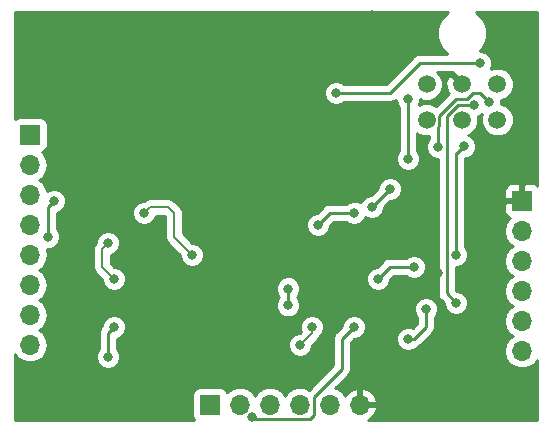
<source format=gbr>
G04 #@! TF.GenerationSoftware,KiCad,Pcbnew,(5.0.2)-1*
G04 #@! TF.CreationDate,2019-03-06T23:20:24-07:00*
G04 #@! TF.ProjectId,Sensor_Board,53656e73-6f72-45f4-926f-6172642e6b69,rev?*
G04 #@! TF.SameCoordinates,Original*
G04 #@! TF.FileFunction,Copper,L2,Bot*
G04 #@! TF.FilePolarity,Positive*
%FSLAX46Y46*%
G04 Gerber Fmt 4.6, Leading zero omitted, Abs format (unit mm)*
G04 Created by KiCad (PCBNEW (5.0.2)-1) date 2019-03-06 11:20:24 PM*
%MOMM*%
%LPD*%
G01*
G04 APERTURE LIST*
G04 #@! TA.AperFunction,ComponentPad*
%ADD10R,1.700000X1.700000*%
G04 #@! TD*
G04 #@! TA.AperFunction,ComponentPad*
%ADD11O,1.700000X1.700000*%
G04 #@! TD*
G04 #@! TA.AperFunction,ComponentPad*
%ADD12C,1.500000*%
G04 #@! TD*
G04 #@! TA.AperFunction,ViaPad*
%ADD13C,0.800000*%
G04 #@! TD*
G04 #@! TA.AperFunction,Conductor*
%ADD14C,0.200000*%
G04 #@! TD*
G04 #@! TA.AperFunction,Conductor*
%ADD15C,0.250000*%
G04 #@! TD*
G04 #@! TA.AperFunction,Conductor*
%ADD16C,0.254000*%
G04 #@! TD*
G04 APERTURE END LIST*
D10*
G04 #@! TO.P,J3,1*
G04 #@! TO.N,ACC_~CS*
X100076000Y-118364000D03*
D11*
G04 #@! TO.P,J3,2*
G04 #@! TO.N,SPI2_SCK*
X102616000Y-118364000D03*
G04 #@! TO.P,J3,3*
G04 #@! TO.N,SPI2_MISO*
X105156000Y-118364000D03*
G04 #@! TO.P,J3,4*
G04 #@! TO.N,SPI2_MOSI*
X107696000Y-118364000D03*
G04 #@! TO.P,J3,5*
G04 #@! TO.N,BARO_~CS*
X110236000Y-118364000D03*
G04 #@! TO.P,J3,6*
G04 #@! TO.N,GND*
X112776000Y-118364000D03*
G04 #@! TD*
D10*
G04 #@! TO.P,J2,1*
G04 #@! TO.N,+3V3*
X84836000Y-95504000D03*
D11*
G04 #@! TO.P,J2,2*
G04 #@! TO.N,AG_~CS*
X84836000Y-98044000D03*
G04 #@! TO.P,J2,3*
G04 #@! TO.N,SPI1_SCK*
X84836000Y-100584000D03*
G04 #@! TO.P,J2,4*
G04 #@! TO.N,SPI1_MISO*
X84836000Y-103124000D03*
G04 #@! TO.P,J2,5*
G04 #@! TO.N,SPI1_MOSI*
X84836000Y-105664000D03*
G04 #@! TO.P,J2,6*
G04 #@! TO.N,MAG_~CS*
X84836000Y-108204000D03*
G04 #@! TO.P,J2,7*
G04 #@! TO.N,UART3_TX*
X84836000Y-110744000D03*
G04 #@! TO.P,J2,8*
G04 #@! TO.N,UART3_RX*
X84836000Y-113284000D03*
G04 #@! TD*
G04 #@! TO.P,J4,6*
G04 #@! TO.N,SD1_~CS*
X126492000Y-113792000D03*
G04 #@! TO.P,J4,5*
G04 #@! TO.N,SPI3_SCK*
X126492000Y-111252000D03*
G04 #@! TO.P,J4,4*
G04 #@! TO.N,SPI3_MISO*
X126492000Y-108712000D03*
G04 #@! TO.P,J4,3*
G04 #@! TO.N,SPI3_MOSI*
X126492000Y-106172000D03*
G04 #@! TO.P,J4,2*
G04 #@! TO.N,SD2_~CS*
X126492000Y-103632000D03*
D10*
G04 #@! TO.P,J4,1*
G04 #@! TO.N,GND*
X126492000Y-101092000D03*
G04 #@! TD*
D12*
G04 #@! TO.P,J5,1*
G04 #@! TO.N,+3V3*
X118412000Y-91216000D03*
G04 #@! TO.P,J5,2*
G04 #@! TO.N,GND*
X121412000Y-91216000D03*
G04 #@! TO.P,J5,4*
G04 #@! TO.N,SPI3_MOSI*
X118412000Y-94216000D03*
G04 #@! TO.P,J5,5*
G04 #@! TO.N,SPI3_MISO*
X121412000Y-94216000D03*
G04 #@! TO.P,J5,6*
G04 #@! TO.N,SD2_~CS*
X124412000Y-94216000D03*
G04 #@! TO.P,J5,3*
G04 #@! TO.N,SPI3_SCK*
X124412000Y-91216000D03*
G04 #@! TD*
D13*
G04 #@! TO.N,GND*
X93980000Y-95504000D03*
X96520000Y-95504000D03*
X99568000Y-102616000D03*
X117856000Y-87884000D03*
X101600000Y-104648000D03*
X103124000Y-101600000D03*
X112268000Y-104648000D03*
X119380000Y-107188000D03*
X113792000Y-85344000D03*
G04 #@! TO.N,+3V3*
X91440000Y-104648000D03*
X91948000Y-107696000D03*
X94488000Y-102108000D03*
X98552000Y-105664000D03*
X91948000Y-111760000D03*
X91440000Y-114300000D03*
X109220000Y-103124000D03*
X112268000Y-102108000D03*
X114300000Y-107696000D03*
X117348000Y-106680000D03*
X118364000Y-110236000D03*
X116840000Y-112776000D03*
X116840000Y-97536000D03*
X116840000Y-92456000D03*
X113792000Y-101600000D03*
X115316000Y-100076000D03*
G04 #@! TO.N,SPI3_SCK*
X120904000Y-109728000D03*
X122428000Y-92964000D03*
X110744000Y-91948000D03*
X122936000Y-89408000D03*
G04 #@! TO.N,SPI3_MISO*
X120904000Y-105664000D03*
X121560487Y-96465048D03*
G04 #@! TO.N,SPI1_MOSI*
X86868000Y-101092000D03*
X86360000Y-104140000D03*
G04 #@! TO.N,SPI2_SCK*
X112268000Y-111760000D03*
X103632000Y-119380000D03*
G04 #@! TO.N,SPI2_MISO*
X108712000Y-111760000D03*
X107696000Y-113284000D03*
G04 #@! TO.N,BARO_~CS*
X106680000Y-109920000D03*
X106680000Y-108520000D03*
G04 #@! TO.N,SD2_~CS*
X119380000Y-96520000D03*
X123702653Y-92714653D03*
G04 #@! TD*
D14*
G04 #@! TO.N,GND*
X93980000Y-95504000D02*
X96520000Y-95504000D01*
G04 #@! TO.N,+3V3*
X91440000Y-104648000D02*
X90932000Y-105156000D01*
X90932000Y-105156000D02*
X90932000Y-106680000D01*
X90932000Y-106680000D02*
X91948000Y-107696000D01*
X98552000Y-105664000D02*
X97028000Y-104140000D01*
X97028000Y-104140000D02*
X97028000Y-102108000D01*
X97028000Y-102108000D02*
X96520000Y-101600000D01*
X94996000Y-101600000D02*
X94488000Y-102108000D01*
X96520000Y-101600000D02*
X94996000Y-101600000D01*
D15*
X91948000Y-111760000D02*
X91440000Y-112268000D01*
X91440000Y-112268000D02*
X91440000Y-114300000D01*
X109220000Y-103124000D02*
X110236000Y-102108000D01*
X110236000Y-102108000D02*
X112268000Y-102108000D01*
X114300000Y-107696000D02*
X115316000Y-106680000D01*
X115316000Y-106680000D02*
X117348000Y-106680000D01*
X118364000Y-110236000D02*
X118364000Y-111252000D01*
X118364000Y-111252000D02*
X118364000Y-111760000D01*
X118364000Y-111760000D02*
X117348000Y-112776000D01*
X117348000Y-112776000D02*
X116840000Y-112776000D01*
X116840000Y-97536000D02*
X116840000Y-92456000D01*
X113792000Y-101600000D02*
X115316000Y-100076000D01*
G04 #@! TO.N,SPI3_SCK*
X120105001Y-93931997D02*
X121072998Y-92964000D01*
X120904000Y-109728000D02*
X120105001Y-108929001D01*
X120105001Y-108929001D02*
X120105001Y-93931997D01*
X121072998Y-92964000D02*
X122428000Y-92964000D01*
X110744000Y-91948000D02*
X115316000Y-91948000D01*
X115316000Y-91948000D02*
X117856000Y-89408000D01*
X117856000Y-89408000D02*
X122936000Y-89408000D01*
G04 #@! TO.N,SPI3_MISO*
X120904000Y-105664000D02*
X120904000Y-97028000D01*
X120904000Y-97028000D02*
X120997535Y-97028000D01*
X120997535Y-97028000D02*
X121560487Y-96465048D01*
G04 #@! TO.N,SPI1_MOSI*
X86868000Y-101092000D02*
X86360000Y-101600000D01*
X86360000Y-101600000D02*
X86360000Y-104140000D01*
G04 #@! TO.N,SPI2_SCK*
X112268000Y-111760000D02*
X111252000Y-112776000D01*
X111252000Y-112776000D02*
X111252000Y-115316000D01*
X108871001Y-117696999D02*
X108871001Y-119220999D01*
X111252000Y-115316000D02*
X108871001Y-117696999D01*
X103791001Y-119539001D02*
X103632000Y-119380000D01*
X108871001Y-119220999D02*
X108552999Y-119539001D01*
X108552999Y-119539001D02*
X103791001Y-119539001D01*
D14*
G04 #@! TO.N,SPI2_MISO*
X108712000Y-111760000D02*
X108712000Y-112268000D01*
X108712000Y-112268000D02*
X107696000Y-113284000D01*
D15*
G04 #@! TO.N,BARO_~CS*
X106680000Y-109920000D02*
X106680000Y-108520000D01*
G04 #@! TO.N,SD2_~CS*
X121862998Y-92456000D02*
X122370998Y-91948000D01*
X120944588Y-92456000D02*
X121862998Y-92456000D01*
X119487001Y-93913587D02*
X120944588Y-92456000D01*
X119487001Y-94732001D02*
X119487001Y-93913587D01*
X119380000Y-96520000D02*
X119380000Y-94839002D01*
X119380000Y-94839002D02*
X119487001Y-94732001D01*
X122370998Y-91948000D02*
X122485002Y-91948000D01*
X122485002Y-91948000D02*
X122936000Y-91948000D01*
X122936000Y-91948000D02*
X123702653Y-92714653D01*
G04 #@! TD*
D16*
G04 #@! TO.N,GND*
G36*
X120202620Y-85086034D02*
X119602034Y-85686620D01*
X119277000Y-86471322D01*
X119277000Y-87320678D01*
X119602034Y-88105380D01*
X120144654Y-88648000D01*
X117930846Y-88648000D01*
X117855999Y-88633112D01*
X117781152Y-88648000D01*
X117781148Y-88648000D01*
X117559463Y-88692096D01*
X117559461Y-88692097D01*
X117559462Y-88692097D01*
X117371526Y-88817671D01*
X117371524Y-88817673D01*
X117308071Y-88860071D01*
X117265673Y-88923524D01*
X115001199Y-91188000D01*
X111447711Y-91188000D01*
X111330280Y-91070569D01*
X110949874Y-90913000D01*
X110538126Y-90913000D01*
X110157720Y-91070569D01*
X109866569Y-91361720D01*
X109709000Y-91742126D01*
X109709000Y-92153874D01*
X109866569Y-92534280D01*
X110157720Y-92825431D01*
X110538126Y-92983000D01*
X110949874Y-92983000D01*
X111330280Y-92825431D01*
X111447711Y-92708000D01*
X115241153Y-92708000D01*
X115316000Y-92722888D01*
X115390847Y-92708000D01*
X115390852Y-92708000D01*
X115612537Y-92663904D01*
X115805000Y-92535304D01*
X115805000Y-92661874D01*
X115962569Y-93042280D01*
X116080001Y-93159712D01*
X116080000Y-96832289D01*
X115962569Y-96949720D01*
X115805000Y-97330126D01*
X115805000Y-97741874D01*
X115962569Y-98122280D01*
X116253720Y-98413431D01*
X116634126Y-98571000D01*
X117045874Y-98571000D01*
X117426280Y-98413431D01*
X117717431Y-98122280D01*
X117875000Y-97741874D01*
X117875000Y-97330126D01*
X117717431Y-96949720D01*
X117600000Y-96832289D01*
X117600000Y-95362687D01*
X117627460Y-95390147D01*
X118136506Y-95601000D01*
X118620001Y-95601000D01*
X118620000Y-95816289D01*
X118502569Y-95933720D01*
X118345000Y-96314126D01*
X118345000Y-96725874D01*
X118502569Y-97106280D01*
X118793720Y-97397431D01*
X119174126Y-97555000D01*
X119345002Y-97555000D01*
X119345001Y-108854154D01*
X119330113Y-108929001D01*
X119345001Y-109003848D01*
X119345001Y-109003852D01*
X119389097Y-109225537D01*
X119557072Y-109476930D01*
X119620531Y-109519332D01*
X119869000Y-109767801D01*
X119869000Y-109933874D01*
X120026569Y-110314280D01*
X120317720Y-110605431D01*
X120698126Y-110763000D01*
X121109874Y-110763000D01*
X121490280Y-110605431D01*
X121781431Y-110314280D01*
X121939000Y-109933874D01*
X121939000Y-109522126D01*
X121781431Y-109141720D01*
X121490280Y-108850569D01*
X121109874Y-108693000D01*
X120943801Y-108693000D01*
X120865001Y-108614200D01*
X120865001Y-106699000D01*
X121109874Y-106699000D01*
X121490280Y-106541431D01*
X121781431Y-106250280D01*
X121939000Y-105869874D01*
X121939000Y-105458126D01*
X121781431Y-105077720D01*
X121664000Y-104960289D01*
X121664000Y-100115690D01*
X125007000Y-100115690D01*
X125007000Y-100806250D01*
X125165750Y-100965000D01*
X126365000Y-100965000D01*
X126365000Y-99765750D01*
X126206250Y-99607000D01*
X125515691Y-99607000D01*
X125282302Y-99703673D01*
X125103673Y-99882301D01*
X125007000Y-100115690D01*
X121664000Y-100115690D01*
X121664000Y-97500048D01*
X121766361Y-97500048D01*
X122146767Y-97342479D01*
X122437918Y-97051328D01*
X122595487Y-96670922D01*
X122595487Y-96259174D01*
X122437918Y-95878768D01*
X122146767Y-95587617D01*
X121933285Y-95499190D01*
X122196540Y-95390147D01*
X122586147Y-95000540D01*
X122797000Y-94491494D01*
X122797000Y-93940506D01*
X122793792Y-93932760D01*
X123014280Y-93841431D01*
X123106051Y-93749660D01*
X123027000Y-93940506D01*
X123027000Y-94491494D01*
X123237853Y-95000540D01*
X123627460Y-95390147D01*
X124136506Y-95601000D01*
X124687494Y-95601000D01*
X125196540Y-95390147D01*
X125586147Y-95000540D01*
X125797000Y-94491494D01*
X125797000Y-93940506D01*
X125586147Y-93431460D01*
X125196540Y-93041853D01*
X124737653Y-92851776D01*
X124737653Y-92580224D01*
X125196540Y-92390147D01*
X125586147Y-92000540D01*
X125797000Y-91491494D01*
X125797000Y-90940506D01*
X125586147Y-90431460D01*
X125196540Y-90041853D01*
X124687494Y-89831000D01*
X124136506Y-89831000D01*
X123828160Y-89958721D01*
X123971000Y-89613874D01*
X123971000Y-89202126D01*
X123813431Y-88821720D01*
X123522280Y-88530569D01*
X123141874Y-88373000D01*
X122954346Y-88373000D01*
X123221966Y-88105380D01*
X123547000Y-87320678D01*
X123547000Y-86471322D01*
X123221966Y-85686620D01*
X122621380Y-85086034D01*
X122565771Y-85063000D01*
X127789000Y-85063000D01*
X127789000Y-99790975D01*
X127701698Y-99703673D01*
X127468309Y-99607000D01*
X126777750Y-99607000D01*
X126619000Y-99765750D01*
X126619000Y-100965000D01*
X126639000Y-100965000D01*
X126639000Y-101219000D01*
X126619000Y-101219000D01*
X126619000Y-101239000D01*
X126365000Y-101239000D01*
X126365000Y-101219000D01*
X125165750Y-101219000D01*
X125007000Y-101377750D01*
X125007000Y-102068310D01*
X125103673Y-102301699D01*
X125282302Y-102480327D01*
X125443033Y-102546904D01*
X125421375Y-102561375D01*
X125093161Y-103052582D01*
X124977908Y-103632000D01*
X125093161Y-104211418D01*
X125421375Y-104702625D01*
X125719761Y-104902000D01*
X125421375Y-105101375D01*
X125093161Y-105592582D01*
X124977908Y-106172000D01*
X125093161Y-106751418D01*
X125421375Y-107242625D01*
X125719761Y-107442000D01*
X125421375Y-107641375D01*
X125093161Y-108132582D01*
X124977908Y-108712000D01*
X125093161Y-109291418D01*
X125421375Y-109782625D01*
X125719761Y-109982000D01*
X125421375Y-110181375D01*
X125093161Y-110672582D01*
X124977908Y-111252000D01*
X125093161Y-111831418D01*
X125421375Y-112322625D01*
X125719761Y-112522000D01*
X125421375Y-112721375D01*
X125093161Y-113212582D01*
X124977908Y-113792000D01*
X125093161Y-114371418D01*
X125421375Y-114862625D01*
X125912582Y-115190839D01*
X126345744Y-115277000D01*
X126638256Y-115277000D01*
X127071418Y-115190839D01*
X127562625Y-114862625D01*
X127789001Y-114523830D01*
X127789001Y-119661000D01*
X113481708Y-119661000D01*
X113542924Y-119635645D01*
X113971183Y-119245358D01*
X114217486Y-118720892D01*
X114096819Y-118491000D01*
X112903000Y-118491000D01*
X112903000Y-118511000D01*
X112649000Y-118511000D01*
X112649000Y-118491000D01*
X112629000Y-118491000D01*
X112629000Y-118237000D01*
X112649000Y-118237000D01*
X112649000Y-117043845D01*
X112903000Y-117043845D01*
X112903000Y-118237000D01*
X114096819Y-118237000D01*
X114217486Y-118007108D01*
X113971183Y-117482642D01*
X113542924Y-117092355D01*
X113132890Y-116922524D01*
X112903000Y-117043845D01*
X112649000Y-117043845D01*
X112419110Y-116922524D01*
X112009076Y-117092355D01*
X111580817Y-117482642D01*
X111519843Y-117612478D01*
X111306625Y-117293375D01*
X110815418Y-116965161D01*
X110700499Y-116942302D01*
X111736473Y-115906329D01*
X111799929Y-115863929D01*
X111967904Y-115612537D01*
X112012000Y-115390852D01*
X112012000Y-115390848D01*
X112026888Y-115316001D01*
X112012000Y-115241154D01*
X112012000Y-113090801D01*
X112307802Y-112795000D01*
X112473874Y-112795000D01*
X112854280Y-112637431D01*
X112921585Y-112570126D01*
X115805000Y-112570126D01*
X115805000Y-112981874D01*
X115962569Y-113362280D01*
X116253720Y-113653431D01*
X116634126Y-113811000D01*
X117045874Y-113811000D01*
X117426280Y-113653431D01*
X117573721Y-113505990D01*
X117644537Y-113491904D01*
X117895929Y-113323929D01*
X117938331Y-113260470D01*
X118848473Y-112350329D01*
X118911929Y-112307929D01*
X119079904Y-112056537D01*
X119124000Y-111834852D01*
X119124000Y-111834847D01*
X119138888Y-111760000D01*
X119124000Y-111685153D01*
X119124000Y-110939711D01*
X119241431Y-110822280D01*
X119399000Y-110441874D01*
X119399000Y-110030126D01*
X119241431Y-109649720D01*
X118950280Y-109358569D01*
X118569874Y-109201000D01*
X118158126Y-109201000D01*
X117777720Y-109358569D01*
X117486569Y-109649720D01*
X117329000Y-110030126D01*
X117329000Y-110441874D01*
X117486569Y-110822280D01*
X117604001Y-110939712D01*
X117604001Y-111177145D01*
X117604000Y-111177149D01*
X117604000Y-111445198D01*
X117231366Y-111817833D01*
X117045874Y-111741000D01*
X116634126Y-111741000D01*
X116253720Y-111898569D01*
X115962569Y-112189720D01*
X115805000Y-112570126D01*
X112921585Y-112570126D01*
X113145431Y-112346280D01*
X113303000Y-111965874D01*
X113303000Y-111554126D01*
X113145431Y-111173720D01*
X112854280Y-110882569D01*
X112473874Y-110725000D01*
X112062126Y-110725000D01*
X111681720Y-110882569D01*
X111390569Y-111173720D01*
X111233000Y-111554126D01*
X111233000Y-111720198D01*
X110767530Y-112185669D01*
X110704071Y-112228071D01*
X110536096Y-112479464D01*
X110492000Y-112701149D01*
X110492000Y-112701153D01*
X110477112Y-112776000D01*
X110492000Y-112850847D01*
X110492001Y-115001197D01*
X108426853Y-117066346D01*
X108275418Y-116965161D01*
X107842256Y-116879000D01*
X107549744Y-116879000D01*
X107116582Y-116965161D01*
X106625375Y-117293375D01*
X106426000Y-117591761D01*
X106226625Y-117293375D01*
X105735418Y-116965161D01*
X105302256Y-116879000D01*
X105009744Y-116879000D01*
X104576582Y-116965161D01*
X104085375Y-117293375D01*
X103886000Y-117591761D01*
X103686625Y-117293375D01*
X103195418Y-116965161D01*
X102762256Y-116879000D01*
X102469744Y-116879000D01*
X102036582Y-116965161D01*
X101545375Y-117293375D01*
X101533184Y-117311619D01*
X101524157Y-117266235D01*
X101383809Y-117056191D01*
X101173765Y-116915843D01*
X100926000Y-116866560D01*
X99226000Y-116866560D01*
X98978235Y-116915843D01*
X98768191Y-117056191D01*
X98627843Y-117266235D01*
X98578560Y-117514000D01*
X98578560Y-119214000D01*
X98627843Y-119461765D01*
X98760969Y-119661000D01*
X83539000Y-119661000D01*
X83539000Y-114015831D01*
X83765375Y-114354625D01*
X84256582Y-114682839D01*
X84689744Y-114769000D01*
X84982256Y-114769000D01*
X85415418Y-114682839D01*
X85906625Y-114354625D01*
X86080684Y-114094126D01*
X90405000Y-114094126D01*
X90405000Y-114505874D01*
X90562569Y-114886280D01*
X90853720Y-115177431D01*
X91234126Y-115335000D01*
X91645874Y-115335000D01*
X92026280Y-115177431D01*
X92317431Y-114886280D01*
X92475000Y-114505874D01*
X92475000Y-114094126D01*
X92317431Y-113713720D01*
X92200000Y-113596289D01*
X92200000Y-113078126D01*
X106661000Y-113078126D01*
X106661000Y-113489874D01*
X106818569Y-113870280D01*
X107109720Y-114161431D01*
X107490126Y-114319000D01*
X107901874Y-114319000D01*
X108282280Y-114161431D01*
X108573431Y-113870280D01*
X108731000Y-113489874D01*
X108731000Y-113288447D01*
X109180537Y-112838910D01*
X109241905Y-112797905D01*
X109404354Y-112554783D01*
X109410171Y-112525540D01*
X109589431Y-112346280D01*
X109747000Y-111965874D01*
X109747000Y-111554126D01*
X109589431Y-111173720D01*
X109298280Y-110882569D01*
X108917874Y-110725000D01*
X108506126Y-110725000D01*
X108125720Y-110882569D01*
X107834569Y-111173720D01*
X107677000Y-111554126D01*
X107677000Y-111965874D01*
X107764188Y-112176365D01*
X107691553Y-112249000D01*
X107490126Y-112249000D01*
X107109720Y-112406569D01*
X106818569Y-112697720D01*
X106661000Y-113078126D01*
X92200000Y-113078126D01*
X92200000Y-112775894D01*
X92534280Y-112637431D01*
X92825431Y-112346280D01*
X92983000Y-111965874D01*
X92983000Y-111554126D01*
X92825431Y-111173720D01*
X92534280Y-110882569D01*
X92153874Y-110725000D01*
X91742126Y-110725000D01*
X91361720Y-110882569D01*
X91070569Y-111173720D01*
X90913000Y-111554126D01*
X90913000Y-111706087D01*
X90892071Y-111720071D01*
X90724096Y-111971464D01*
X90680000Y-112193149D01*
X90680000Y-112193153D01*
X90665112Y-112268000D01*
X90680000Y-112342847D01*
X90680001Y-113596288D01*
X90562569Y-113713720D01*
X90405000Y-114094126D01*
X86080684Y-114094126D01*
X86234839Y-113863418D01*
X86350092Y-113284000D01*
X86234839Y-112704582D01*
X85906625Y-112213375D01*
X85608239Y-112014000D01*
X85906625Y-111814625D01*
X86234839Y-111323418D01*
X86350092Y-110744000D01*
X86234839Y-110164582D01*
X85906625Y-109673375D01*
X85608239Y-109474000D01*
X85906625Y-109274625D01*
X86234839Y-108783418D01*
X86350092Y-108204000D01*
X86234839Y-107624582D01*
X85906625Y-107133375D01*
X85608239Y-106934000D01*
X85906625Y-106734625D01*
X86234839Y-106243418D01*
X86350092Y-105664000D01*
X86252824Y-105175000D01*
X86565874Y-105175000D01*
X86611744Y-105156000D01*
X90182602Y-105156000D01*
X90197000Y-105228385D01*
X90197001Y-106607611D01*
X90182602Y-106680000D01*
X90239646Y-106966782D01*
X90335154Y-107109720D01*
X90402096Y-107209905D01*
X90463463Y-107250909D01*
X90913000Y-107700446D01*
X90913000Y-107901874D01*
X91070569Y-108282280D01*
X91361720Y-108573431D01*
X91742126Y-108731000D01*
X92153874Y-108731000D01*
X92534280Y-108573431D01*
X92793585Y-108314126D01*
X105645000Y-108314126D01*
X105645000Y-108725874D01*
X105802569Y-109106280D01*
X105916289Y-109220000D01*
X105802569Y-109333720D01*
X105645000Y-109714126D01*
X105645000Y-110125874D01*
X105802569Y-110506280D01*
X106093720Y-110797431D01*
X106474126Y-110955000D01*
X106885874Y-110955000D01*
X107266280Y-110797431D01*
X107557431Y-110506280D01*
X107715000Y-110125874D01*
X107715000Y-109714126D01*
X107557431Y-109333720D01*
X107443711Y-109220000D01*
X107557431Y-109106280D01*
X107715000Y-108725874D01*
X107715000Y-108314126D01*
X107557431Y-107933720D01*
X107266280Y-107642569D01*
X106898250Y-107490126D01*
X113265000Y-107490126D01*
X113265000Y-107901874D01*
X113422569Y-108282280D01*
X113713720Y-108573431D01*
X114094126Y-108731000D01*
X114505874Y-108731000D01*
X114886280Y-108573431D01*
X115177431Y-108282280D01*
X115335000Y-107901874D01*
X115335000Y-107735801D01*
X115630802Y-107440000D01*
X116644289Y-107440000D01*
X116761720Y-107557431D01*
X117142126Y-107715000D01*
X117553874Y-107715000D01*
X117934280Y-107557431D01*
X118225431Y-107266280D01*
X118383000Y-106885874D01*
X118383000Y-106474126D01*
X118225431Y-106093720D01*
X117934280Y-105802569D01*
X117553874Y-105645000D01*
X117142126Y-105645000D01*
X116761720Y-105802569D01*
X116644289Y-105920000D01*
X115390847Y-105920000D01*
X115316000Y-105905112D01*
X115241153Y-105920000D01*
X115241148Y-105920000D01*
X115019463Y-105964096D01*
X114768071Y-106132071D01*
X114725671Y-106195527D01*
X114260199Y-106661000D01*
X114094126Y-106661000D01*
X113713720Y-106818569D01*
X113422569Y-107109720D01*
X113265000Y-107490126D01*
X106898250Y-107490126D01*
X106885874Y-107485000D01*
X106474126Y-107485000D01*
X106093720Y-107642569D01*
X105802569Y-107933720D01*
X105645000Y-108314126D01*
X92793585Y-108314126D01*
X92825431Y-108282280D01*
X92983000Y-107901874D01*
X92983000Y-107490126D01*
X92825431Y-107109720D01*
X92534280Y-106818569D01*
X92153874Y-106661000D01*
X91952446Y-106661000D01*
X91667000Y-106375554D01*
X91667000Y-105674249D01*
X92026280Y-105525431D01*
X92317431Y-105234280D01*
X92475000Y-104853874D01*
X92475000Y-104442126D01*
X92317431Y-104061720D01*
X92026280Y-103770569D01*
X91645874Y-103613000D01*
X91234126Y-103613000D01*
X90853720Y-103770569D01*
X90562569Y-104061720D01*
X90405000Y-104442126D01*
X90405000Y-104624154D01*
X90402095Y-104626095D01*
X90239646Y-104869218D01*
X90197000Y-105083613D01*
X90197000Y-105083616D01*
X90182602Y-105156000D01*
X86611744Y-105156000D01*
X86946280Y-105017431D01*
X87237431Y-104726280D01*
X87395000Y-104345874D01*
X87395000Y-103934126D01*
X87237431Y-103553720D01*
X87120000Y-103436289D01*
X87120000Y-102107894D01*
X87454280Y-101969431D01*
X87521585Y-101902126D01*
X93453000Y-101902126D01*
X93453000Y-102313874D01*
X93610569Y-102694280D01*
X93901720Y-102985431D01*
X94282126Y-103143000D01*
X94693874Y-103143000D01*
X95074280Y-102985431D01*
X95365431Y-102694280D01*
X95514249Y-102335000D01*
X96215554Y-102335000D01*
X96293001Y-102412447D01*
X96293000Y-104067615D01*
X96278602Y-104140000D01*
X96293000Y-104212384D01*
X96293000Y-104212387D01*
X96335646Y-104426782D01*
X96498095Y-104669905D01*
X96559465Y-104710911D01*
X97517000Y-105668447D01*
X97517000Y-105869874D01*
X97674569Y-106250280D01*
X97965720Y-106541431D01*
X98346126Y-106699000D01*
X98757874Y-106699000D01*
X99138280Y-106541431D01*
X99429431Y-106250280D01*
X99587000Y-105869874D01*
X99587000Y-105458126D01*
X99429431Y-105077720D01*
X99138280Y-104786569D01*
X98757874Y-104629000D01*
X98556447Y-104629000D01*
X97763000Y-103835554D01*
X97763000Y-102918126D01*
X108185000Y-102918126D01*
X108185000Y-103329874D01*
X108342569Y-103710280D01*
X108633720Y-104001431D01*
X109014126Y-104159000D01*
X109425874Y-104159000D01*
X109806280Y-104001431D01*
X110097431Y-103710280D01*
X110255000Y-103329874D01*
X110255000Y-103163801D01*
X110550802Y-102868000D01*
X111564289Y-102868000D01*
X111681720Y-102985431D01*
X112062126Y-103143000D01*
X112473874Y-103143000D01*
X112854280Y-102985431D01*
X113145431Y-102694280D01*
X113230928Y-102487872D01*
X113586126Y-102635000D01*
X113997874Y-102635000D01*
X114378280Y-102477431D01*
X114669431Y-102186280D01*
X114827000Y-101805874D01*
X114827000Y-101639802D01*
X115355802Y-101111000D01*
X115521874Y-101111000D01*
X115902280Y-100953431D01*
X116193431Y-100662280D01*
X116351000Y-100281874D01*
X116351000Y-99870126D01*
X116193431Y-99489720D01*
X115902280Y-99198569D01*
X115521874Y-99041000D01*
X115110126Y-99041000D01*
X114729720Y-99198569D01*
X114438569Y-99489720D01*
X114281000Y-99870126D01*
X114281000Y-100036198D01*
X113752198Y-100565000D01*
X113586126Y-100565000D01*
X113205720Y-100722569D01*
X112914569Y-101013720D01*
X112829072Y-101220128D01*
X112473874Y-101073000D01*
X112062126Y-101073000D01*
X111681720Y-101230569D01*
X111564289Y-101348000D01*
X110310847Y-101348000D01*
X110236000Y-101333112D01*
X110161153Y-101348000D01*
X110161148Y-101348000D01*
X109939463Y-101392096D01*
X109688071Y-101560071D01*
X109645671Y-101623527D01*
X109180199Y-102089000D01*
X109014126Y-102089000D01*
X108633720Y-102246569D01*
X108342569Y-102537720D01*
X108185000Y-102918126D01*
X97763000Y-102918126D01*
X97763000Y-102180383D01*
X97777398Y-102107999D01*
X97763000Y-102035615D01*
X97763000Y-102035612D01*
X97720354Y-101821217D01*
X97557905Y-101578095D01*
X97496537Y-101537090D01*
X97090911Y-101131465D01*
X97049905Y-101070095D01*
X96806783Y-100907646D01*
X96592388Y-100865000D01*
X96592384Y-100865000D01*
X96520000Y-100850602D01*
X96447616Y-100865000D01*
X95068383Y-100865000D01*
X94995999Y-100850602D01*
X94923615Y-100865000D01*
X94923612Y-100865000D01*
X94709217Y-100907646D01*
X94466095Y-101070095D01*
X94464154Y-101073000D01*
X94282126Y-101073000D01*
X93901720Y-101230569D01*
X93610569Y-101521720D01*
X93453000Y-101902126D01*
X87521585Y-101902126D01*
X87745431Y-101678280D01*
X87903000Y-101297874D01*
X87903000Y-100886126D01*
X87745431Y-100505720D01*
X87454280Y-100214569D01*
X87073874Y-100057000D01*
X86662126Y-100057000D01*
X86281720Y-100214569D01*
X86277456Y-100218833D01*
X86234839Y-100004582D01*
X85906625Y-99513375D01*
X85608239Y-99314000D01*
X85906625Y-99114625D01*
X86234839Y-98623418D01*
X86350092Y-98044000D01*
X86234839Y-97464582D01*
X85906625Y-96973375D01*
X85888381Y-96961184D01*
X85933765Y-96952157D01*
X86143809Y-96811809D01*
X86284157Y-96601765D01*
X86333440Y-96354000D01*
X86333440Y-94654000D01*
X86284157Y-94406235D01*
X86143809Y-94196191D01*
X85933765Y-94055843D01*
X85686000Y-94006560D01*
X83986000Y-94006560D01*
X83738235Y-94055843D01*
X83539000Y-94188969D01*
X83539000Y-85063000D01*
X120258229Y-85063000D01*
X120202620Y-85086034D01*
X120202620Y-85086034D01*
G37*
X120202620Y-85086034D02*
X119602034Y-85686620D01*
X119277000Y-86471322D01*
X119277000Y-87320678D01*
X119602034Y-88105380D01*
X120144654Y-88648000D01*
X117930846Y-88648000D01*
X117855999Y-88633112D01*
X117781152Y-88648000D01*
X117781148Y-88648000D01*
X117559463Y-88692096D01*
X117559461Y-88692097D01*
X117559462Y-88692097D01*
X117371526Y-88817671D01*
X117371524Y-88817673D01*
X117308071Y-88860071D01*
X117265673Y-88923524D01*
X115001199Y-91188000D01*
X111447711Y-91188000D01*
X111330280Y-91070569D01*
X110949874Y-90913000D01*
X110538126Y-90913000D01*
X110157720Y-91070569D01*
X109866569Y-91361720D01*
X109709000Y-91742126D01*
X109709000Y-92153874D01*
X109866569Y-92534280D01*
X110157720Y-92825431D01*
X110538126Y-92983000D01*
X110949874Y-92983000D01*
X111330280Y-92825431D01*
X111447711Y-92708000D01*
X115241153Y-92708000D01*
X115316000Y-92722888D01*
X115390847Y-92708000D01*
X115390852Y-92708000D01*
X115612537Y-92663904D01*
X115805000Y-92535304D01*
X115805000Y-92661874D01*
X115962569Y-93042280D01*
X116080001Y-93159712D01*
X116080000Y-96832289D01*
X115962569Y-96949720D01*
X115805000Y-97330126D01*
X115805000Y-97741874D01*
X115962569Y-98122280D01*
X116253720Y-98413431D01*
X116634126Y-98571000D01*
X117045874Y-98571000D01*
X117426280Y-98413431D01*
X117717431Y-98122280D01*
X117875000Y-97741874D01*
X117875000Y-97330126D01*
X117717431Y-96949720D01*
X117600000Y-96832289D01*
X117600000Y-95362687D01*
X117627460Y-95390147D01*
X118136506Y-95601000D01*
X118620001Y-95601000D01*
X118620000Y-95816289D01*
X118502569Y-95933720D01*
X118345000Y-96314126D01*
X118345000Y-96725874D01*
X118502569Y-97106280D01*
X118793720Y-97397431D01*
X119174126Y-97555000D01*
X119345002Y-97555000D01*
X119345001Y-108854154D01*
X119330113Y-108929001D01*
X119345001Y-109003848D01*
X119345001Y-109003852D01*
X119389097Y-109225537D01*
X119557072Y-109476930D01*
X119620531Y-109519332D01*
X119869000Y-109767801D01*
X119869000Y-109933874D01*
X120026569Y-110314280D01*
X120317720Y-110605431D01*
X120698126Y-110763000D01*
X121109874Y-110763000D01*
X121490280Y-110605431D01*
X121781431Y-110314280D01*
X121939000Y-109933874D01*
X121939000Y-109522126D01*
X121781431Y-109141720D01*
X121490280Y-108850569D01*
X121109874Y-108693000D01*
X120943801Y-108693000D01*
X120865001Y-108614200D01*
X120865001Y-106699000D01*
X121109874Y-106699000D01*
X121490280Y-106541431D01*
X121781431Y-106250280D01*
X121939000Y-105869874D01*
X121939000Y-105458126D01*
X121781431Y-105077720D01*
X121664000Y-104960289D01*
X121664000Y-100115690D01*
X125007000Y-100115690D01*
X125007000Y-100806250D01*
X125165750Y-100965000D01*
X126365000Y-100965000D01*
X126365000Y-99765750D01*
X126206250Y-99607000D01*
X125515691Y-99607000D01*
X125282302Y-99703673D01*
X125103673Y-99882301D01*
X125007000Y-100115690D01*
X121664000Y-100115690D01*
X121664000Y-97500048D01*
X121766361Y-97500048D01*
X122146767Y-97342479D01*
X122437918Y-97051328D01*
X122595487Y-96670922D01*
X122595487Y-96259174D01*
X122437918Y-95878768D01*
X122146767Y-95587617D01*
X121933285Y-95499190D01*
X122196540Y-95390147D01*
X122586147Y-95000540D01*
X122797000Y-94491494D01*
X122797000Y-93940506D01*
X122793792Y-93932760D01*
X123014280Y-93841431D01*
X123106051Y-93749660D01*
X123027000Y-93940506D01*
X123027000Y-94491494D01*
X123237853Y-95000540D01*
X123627460Y-95390147D01*
X124136506Y-95601000D01*
X124687494Y-95601000D01*
X125196540Y-95390147D01*
X125586147Y-95000540D01*
X125797000Y-94491494D01*
X125797000Y-93940506D01*
X125586147Y-93431460D01*
X125196540Y-93041853D01*
X124737653Y-92851776D01*
X124737653Y-92580224D01*
X125196540Y-92390147D01*
X125586147Y-92000540D01*
X125797000Y-91491494D01*
X125797000Y-90940506D01*
X125586147Y-90431460D01*
X125196540Y-90041853D01*
X124687494Y-89831000D01*
X124136506Y-89831000D01*
X123828160Y-89958721D01*
X123971000Y-89613874D01*
X123971000Y-89202126D01*
X123813431Y-88821720D01*
X123522280Y-88530569D01*
X123141874Y-88373000D01*
X122954346Y-88373000D01*
X123221966Y-88105380D01*
X123547000Y-87320678D01*
X123547000Y-86471322D01*
X123221966Y-85686620D01*
X122621380Y-85086034D01*
X122565771Y-85063000D01*
X127789000Y-85063000D01*
X127789000Y-99790975D01*
X127701698Y-99703673D01*
X127468309Y-99607000D01*
X126777750Y-99607000D01*
X126619000Y-99765750D01*
X126619000Y-100965000D01*
X126639000Y-100965000D01*
X126639000Y-101219000D01*
X126619000Y-101219000D01*
X126619000Y-101239000D01*
X126365000Y-101239000D01*
X126365000Y-101219000D01*
X125165750Y-101219000D01*
X125007000Y-101377750D01*
X125007000Y-102068310D01*
X125103673Y-102301699D01*
X125282302Y-102480327D01*
X125443033Y-102546904D01*
X125421375Y-102561375D01*
X125093161Y-103052582D01*
X124977908Y-103632000D01*
X125093161Y-104211418D01*
X125421375Y-104702625D01*
X125719761Y-104902000D01*
X125421375Y-105101375D01*
X125093161Y-105592582D01*
X124977908Y-106172000D01*
X125093161Y-106751418D01*
X125421375Y-107242625D01*
X125719761Y-107442000D01*
X125421375Y-107641375D01*
X125093161Y-108132582D01*
X124977908Y-108712000D01*
X125093161Y-109291418D01*
X125421375Y-109782625D01*
X125719761Y-109982000D01*
X125421375Y-110181375D01*
X125093161Y-110672582D01*
X124977908Y-111252000D01*
X125093161Y-111831418D01*
X125421375Y-112322625D01*
X125719761Y-112522000D01*
X125421375Y-112721375D01*
X125093161Y-113212582D01*
X124977908Y-113792000D01*
X125093161Y-114371418D01*
X125421375Y-114862625D01*
X125912582Y-115190839D01*
X126345744Y-115277000D01*
X126638256Y-115277000D01*
X127071418Y-115190839D01*
X127562625Y-114862625D01*
X127789001Y-114523830D01*
X127789001Y-119661000D01*
X113481708Y-119661000D01*
X113542924Y-119635645D01*
X113971183Y-119245358D01*
X114217486Y-118720892D01*
X114096819Y-118491000D01*
X112903000Y-118491000D01*
X112903000Y-118511000D01*
X112649000Y-118511000D01*
X112649000Y-118491000D01*
X112629000Y-118491000D01*
X112629000Y-118237000D01*
X112649000Y-118237000D01*
X112649000Y-117043845D01*
X112903000Y-117043845D01*
X112903000Y-118237000D01*
X114096819Y-118237000D01*
X114217486Y-118007108D01*
X113971183Y-117482642D01*
X113542924Y-117092355D01*
X113132890Y-116922524D01*
X112903000Y-117043845D01*
X112649000Y-117043845D01*
X112419110Y-116922524D01*
X112009076Y-117092355D01*
X111580817Y-117482642D01*
X111519843Y-117612478D01*
X111306625Y-117293375D01*
X110815418Y-116965161D01*
X110700499Y-116942302D01*
X111736473Y-115906329D01*
X111799929Y-115863929D01*
X111967904Y-115612537D01*
X112012000Y-115390852D01*
X112012000Y-115390848D01*
X112026888Y-115316001D01*
X112012000Y-115241154D01*
X112012000Y-113090801D01*
X112307802Y-112795000D01*
X112473874Y-112795000D01*
X112854280Y-112637431D01*
X112921585Y-112570126D01*
X115805000Y-112570126D01*
X115805000Y-112981874D01*
X115962569Y-113362280D01*
X116253720Y-113653431D01*
X116634126Y-113811000D01*
X117045874Y-113811000D01*
X117426280Y-113653431D01*
X117573721Y-113505990D01*
X117644537Y-113491904D01*
X117895929Y-113323929D01*
X117938331Y-113260470D01*
X118848473Y-112350329D01*
X118911929Y-112307929D01*
X119079904Y-112056537D01*
X119124000Y-111834852D01*
X119124000Y-111834847D01*
X119138888Y-111760000D01*
X119124000Y-111685153D01*
X119124000Y-110939711D01*
X119241431Y-110822280D01*
X119399000Y-110441874D01*
X119399000Y-110030126D01*
X119241431Y-109649720D01*
X118950280Y-109358569D01*
X118569874Y-109201000D01*
X118158126Y-109201000D01*
X117777720Y-109358569D01*
X117486569Y-109649720D01*
X117329000Y-110030126D01*
X117329000Y-110441874D01*
X117486569Y-110822280D01*
X117604001Y-110939712D01*
X117604001Y-111177145D01*
X117604000Y-111177149D01*
X117604000Y-111445198D01*
X117231366Y-111817833D01*
X117045874Y-111741000D01*
X116634126Y-111741000D01*
X116253720Y-111898569D01*
X115962569Y-112189720D01*
X115805000Y-112570126D01*
X112921585Y-112570126D01*
X113145431Y-112346280D01*
X113303000Y-111965874D01*
X113303000Y-111554126D01*
X113145431Y-111173720D01*
X112854280Y-110882569D01*
X112473874Y-110725000D01*
X112062126Y-110725000D01*
X111681720Y-110882569D01*
X111390569Y-111173720D01*
X111233000Y-111554126D01*
X111233000Y-111720198D01*
X110767530Y-112185669D01*
X110704071Y-112228071D01*
X110536096Y-112479464D01*
X110492000Y-112701149D01*
X110492000Y-112701153D01*
X110477112Y-112776000D01*
X110492000Y-112850847D01*
X110492001Y-115001197D01*
X108426853Y-117066346D01*
X108275418Y-116965161D01*
X107842256Y-116879000D01*
X107549744Y-116879000D01*
X107116582Y-116965161D01*
X106625375Y-117293375D01*
X106426000Y-117591761D01*
X106226625Y-117293375D01*
X105735418Y-116965161D01*
X105302256Y-116879000D01*
X105009744Y-116879000D01*
X104576582Y-116965161D01*
X104085375Y-117293375D01*
X103886000Y-117591761D01*
X103686625Y-117293375D01*
X103195418Y-116965161D01*
X102762256Y-116879000D01*
X102469744Y-116879000D01*
X102036582Y-116965161D01*
X101545375Y-117293375D01*
X101533184Y-117311619D01*
X101524157Y-117266235D01*
X101383809Y-117056191D01*
X101173765Y-116915843D01*
X100926000Y-116866560D01*
X99226000Y-116866560D01*
X98978235Y-116915843D01*
X98768191Y-117056191D01*
X98627843Y-117266235D01*
X98578560Y-117514000D01*
X98578560Y-119214000D01*
X98627843Y-119461765D01*
X98760969Y-119661000D01*
X83539000Y-119661000D01*
X83539000Y-114015831D01*
X83765375Y-114354625D01*
X84256582Y-114682839D01*
X84689744Y-114769000D01*
X84982256Y-114769000D01*
X85415418Y-114682839D01*
X85906625Y-114354625D01*
X86080684Y-114094126D01*
X90405000Y-114094126D01*
X90405000Y-114505874D01*
X90562569Y-114886280D01*
X90853720Y-115177431D01*
X91234126Y-115335000D01*
X91645874Y-115335000D01*
X92026280Y-115177431D01*
X92317431Y-114886280D01*
X92475000Y-114505874D01*
X92475000Y-114094126D01*
X92317431Y-113713720D01*
X92200000Y-113596289D01*
X92200000Y-113078126D01*
X106661000Y-113078126D01*
X106661000Y-113489874D01*
X106818569Y-113870280D01*
X107109720Y-114161431D01*
X107490126Y-114319000D01*
X107901874Y-114319000D01*
X108282280Y-114161431D01*
X108573431Y-113870280D01*
X108731000Y-113489874D01*
X108731000Y-113288447D01*
X109180537Y-112838910D01*
X109241905Y-112797905D01*
X109404354Y-112554783D01*
X109410171Y-112525540D01*
X109589431Y-112346280D01*
X109747000Y-111965874D01*
X109747000Y-111554126D01*
X109589431Y-111173720D01*
X109298280Y-110882569D01*
X108917874Y-110725000D01*
X108506126Y-110725000D01*
X108125720Y-110882569D01*
X107834569Y-111173720D01*
X107677000Y-111554126D01*
X107677000Y-111965874D01*
X107764188Y-112176365D01*
X107691553Y-112249000D01*
X107490126Y-112249000D01*
X107109720Y-112406569D01*
X106818569Y-112697720D01*
X106661000Y-113078126D01*
X92200000Y-113078126D01*
X92200000Y-112775894D01*
X92534280Y-112637431D01*
X92825431Y-112346280D01*
X92983000Y-111965874D01*
X92983000Y-111554126D01*
X92825431Y-111173720D01*
X92534280Y-110882569D01*
X92153874Y-110725000D01*
X91742126Y-110725000D01*
X91361720Y-110882569D01*
X91070569Y-111173720D01*
X90913000Y-111554126D01*
X90913000Y-111706087D01*
X90892071Y-111720071D01*
X90724096Y-111971464D01*
X90680000Y-112193149D01*
X90680000Y-112193153D01*
X90665112Y-112268000D01*
X90680000Y-112342847D01*
X90680001Y-113596288D01*
X90562569Y-113713720D01*
X90405000Y-114094126D01*
X86080684Y-114094126D01*
X86234839Y-113863418D01*
X86350092Y-113284000D01*
X86234839Y-112704582D01*
X85906625Y-112213375D01*
X85608239Y-112014000D01*
X85906625Y-111814625D01*
X86234839Y-111323418D01*
X86350092Y-110744000D01*
X86234839Y-110164582D01*
X85906625Y-109673375D01*
X85608239Y-109474000D01*
X85906625Y-109274625D01*
X86234839Y-108783418D01*
X86350092Y-108204000D01*
X86234839Y-107624582D01*
X85906625Y-107133375D01*
X85608239Y-106934000D01*
X85906625Y-106734625D01*
X86234839Y-106243418D01*
X86350092Y-105664000D01*
X86252824Y-105175000D01*
X86565874Y-105175000D01*
X86611744Y-105156000D01*
X90182602Y-105156000D01*
X90197000Y-105228385D01*
X90197001Y-106607611D01*
X90182602Y-106680000D01*
X90239646Y-106966782D01*
X90335154Y-107109720D01*
X90402096Y-107209905D01*
X90463463Y-107250909D01*
X90913000Y-107700446D01*
X90913000Y-107901874D01*
X91070569Y-108282280D01*
X91361720Y-108573431D01*
X91742126Y-108731000D01*
X92153874Y-108731000D01*
X92534280Y-108573431D01*
X92793585Y-108314126D01*
X105645000Y-108314126D01*
X105645000Y-108725874D01*
X105802569Y-109106280D01*
X105916289Y-109220000D01*
X105802569Y-109333720D01*
X105645000Y-109714126D01*
X105645000Y-110125874D01*
X105802569Y-110506280D01*
X106093720Y-110797431D01*
X106474126Y-110955000D01*
X106885874Y-110955000D01*
X107266280Y-110797431D01*
X107557431Y-110506280D01*
X107715000Y-110125874D01*
X107715000Y-109714126D01*
X107557431Y-109333720D01*
X107443711Y-109220000D01*
X107557431Y-109106280D01*
X107715000Y-108725874D01*
X107715000Y-108314126D01*
X107557431Y-107933720D01*
X107266280Y-107642569D01*
X106898250Y-107490126D01*
X113265000Y-107490126D01*
X113265000Y-107901874D01*
X113422569Y-108282280D01*
X113713720Y-108573431D01*
X114094126Y-108731000D01*
X114505874Y-108731000D01*
X114886280Y-108573431D01*
X115177431Y-108282280D01*
X115335000Y-107901874D01*
X115335000Y-107735801D01*
X115630802Y-107440000D01*
X116644289Y-107440000D01*
X116761720Y-107557431D01*
X117142126Y-107715000D01*
X117553874Y-107715000D01*
X117934280Y-107557431D01*
X118225431Y-107266280D01*
X118383000Y-106885874D01*
X118383000Y-106474126D01*
X118225431Y-106093720D01*
X117934280Y-105802569D01*
X117553874Y-105645000D01*
X117142126Y-105645000D01*
X116761720Y-105802569D01*
X116644289Y-105920000D01*
X115390847Y-105920000D01*
X115316000Y-105905112D01*
X115241153Y-105920000D01*
X115241148Y-105920000D01*
X115019463Y-105964096D01*
X114768071Y-106132071D01*
X114725671Y-106195527D01*
X114260199Y-106661000D01*
X114094126Y-106661000D01*
X113713720Y-106818569D01*
X113422569Y-107109720D01*
X113265000Y-107490126D01*
X106898250Y-107490126D01*
X106885874Y-107485000D01*
X106474126Y-107485000D01*
X106093720Y-107642569D01*
X105802569Y-107933720D01*
X105645000Y-108314126D01*
X92793585Y-108314126D01*
X92825431Y-108282280D01*
X92983000Y-107901874D01*
X92983000Y-107490126D01*
X92825431Y-107109720D01*
X92534280Y-106818569D01*
X92153874Y-106661000D01*
X91952446Y-106661000D01*
X91667000Y-106375554D01*
X91667000Y-105674249D01*
X92026280Y-105525431D01*
X92317431Y-105234280D01*
X92475000Y-104853874D01*
X92475000Y-104442126D01*
X92317431Y-104061720D01*
X92026280Y-103770569D01*
X91645874Y-103613000D01*
X91234126Y-103613000D01*
X90853720Y-103770569D01*
X90562569Y-104061720D01*
X90405000Y-104442126D01*
X90405000Y-104624154D01*
X90402095Y-104626095D01*
X90239646Y-104869218D01*
X90197000Y-105083613D01*
X90197000Y-105083616D01*
X90182602Y-105156000D01*
X86611744Y-105156000D01*
X86946280Y-105017431D01*
X87237431Y-104726280D01*
X87395000Y-104345874D01*
X87395000Y-103934126D01*
X87237431Y-103553720D01*
X87120000Y-103436289D01*
X87120000Y-102107894D01*
X87454280Y-101969431D01*
X87521585Y-101902126D01*
X93453000Y-101902126D01*
X93453000Y-102313874D01*
X93610569Y-102694280D01*
X93901720Y-102985431D01*
X94282126Y-103143000D01*
X94693874Y-103143000D01*
X95074280Y-102985431D01*
X95365431Y-102694280D01*
X95514249Y-102335000D01*
X96215554Y-102335000D01*
X96293001Y-102412447D01*
X96293000Y-104067615D01*
X96278602Y-104140000D01*
X96293000Y-104212384D01*
X96293000Y-104212387D01*
X96335646Y-104426782D01*
X96498095Y-104669905D01*
X96559465Y-104710911D01*
X97517000Y-105668447D01*
X97517000Y-105869874D01*
X97674569Y-106250280D01*
X97965720Y-106541431D01*
X98346126Y-106699000D01*
X98757874Y-106699000D01*
X99138280Y-106541431D01*
X99429431Y-106250280D01*
X99587000Y-105869874D01*
X99587000Y-105458126D01*
X99429431Y-105077720D01*
X99138280Y-104786569D01*
X98757874Y-104629000D01*
X98556447Y-104629000D01*
X97763000Y-103835554D01*
X97763000Y-102918126D01*
X108185000Y-102918126D01*
X108185000Y-103329874D01*
X108342569Y-103710280D01*
X108633720Y-104001431D01*
X109014126Y-104159000D01*
X109425874Y-104159000D01*
X109806280Y-104001431D01*
X110097431Y-103710280D01*
X110255000Y-103329874D01*
X110255000Y-103163801D01*
X110550802Y-102868000D01*
X111564289Y-102868000D01*
X111681720Y-102985431D01*
X112062126Y-103143000D01*
X112473874Y-103143000D01*
X112854280Y-102985431D01*
X113145431Y-102694280D01*
X113230928Y-102487872D01*
X113586126Y-102635000D01*
X113997874Y-102635000D01*
X114378280Y-102477431D01*
X114669431Y-102186280D01*
X114827000Y-101805874D01*
X114827000Y-101639802D01*
X115355802Y-101111000D01*
X115521874Y-101111000D01*
X115902280Y-100953431D01*
X116193431Y-100662280D01*
X116351000Y-100281874D01*
X116351000Y-99870126D01*
X116193431Y-99489720D01*
X115902280Y-99198569D01*
X115521874Y-99041000D01*
X115110126Y-99041000D01*
X114729720Y-99198569D01*
X114438569Y-99489720D01*
X114281000Y-99870126D01*
X114281000Y-100036198D01*
X113752198Y-100565000D01*
X113586126Y-100565000D01*
X113205720Y-100722569D01*
X112914569Y-101013720D01*
X112829072Y-101220128D01*
X112473874Y-101073000D01*
X112062126Y-101073000D01*
X111681720Y-101230569D01*
X111564289Y-101348000D01*
X110310847Y-101348000D01*
X110236000Y-101333112D01*
X110161153Y-101348000D01*
X110161148Y-101348000D01*
X109939463Y-101392096D01*
X109688071Y-101560071D01*
X109645671Y-101623527D01*
X109180199Y-102089000D01*
X109014126Y-102089000D01*
X108633720Y-102246569D01*
X108342569Y-102537720D01*
X108185000Y-102918126D01*
X97763000Y-102918126D01*
X97763000Y-102180383D01*
X97777398Y-102107999D01*
X97763000Y-102035615D01*
X97763000Y-102035612D01*
X97720354Y-101821217D01*
X97557905Y-101578095D01*
X97496537Y-101537090D01*
X97090911Y-101131465D01*
X97049905Y-101070095D01*
X96806783Y-100907646D01*
X96592388Y-100865000D01*
X96592384Y-100865000D01*
X96520000Y-100850602D01*
X96447616Y-100865000D01*
X95068383Y-100865000D01*
X94995999Y-100850602D01*
X94923615Y-100865000D01*
X94923612Y-100865000D01*
X94709217Y-100907646D01*
X94466095Y-101070095D01*
X94464154Y-101073000D01*
X94282126Y-101073000D01*
X93901720Y-101230569D01*
X93610569Y-101521720D01*
X93453000Y-101902126D01*
X87521585Y-101902126D01*
X87745431Y-101678280D01*
X87903000Y-101297874D01*
X87903000Y-100886126D01*
X87745431Y-100505720D01*
X87454280Y-100214569D01*
X87073874Y-100057000D01*
X86662126Y-100057000D01*
X86281720Y-100214569D01*
X86277456Y-100218833D01*
X86234839Y-100004582D01*
X85906625Y-99513375D01*
X85608239Y-99314000D01*
X85906625Y-99114625D01*
X86234839Y-98623418D01*
X86350092Y-98044000D01*
X86234839Y-97464582D01*
X85906625Y-96973375D01*
X85888381Y-96961184D01*
X85933765Y-96952157D01*
X86143809Y-96811809D01*
X86284157Y-96601765D01*
X86333440Y-96354000D01*
X86333440Y-94654000D01*
X86284157Y-94406235D01*
X86143809Y-94196191D01*
X85933765Y-94055843D01*
X85686000Y-94006560D01*
X83986000Y-94006560D01*
X83738235Y-94055843D01*
X83539000Y-94188969D01*
X83539000Y-85063000D01*
X120258229Y-85063000D01*
X120202620Y-85086034D01*
G36*
X120620088Y-90244483D02*
X121412000Y-91036395D01*
X121426143Y-91022253D01*
X121605748Y-91201858D01*
X121591605Y-91216000D01*
X121605748Y-91230143D01*
X121426143Y-91409748D01*
X121412000Y-91395605D01*
X121397858Y-91409748D01*
X121218253Y-91230143D01*
X121232395Y-91216000D01*
X120440483Y-90424088D01*
X120199540Y-90492077D01*
X120014799Y-91011171D01*
X120042770Y-91561448D01*
X120199540Y-91939923D01*
X120344857Y-91980928D01*
X119240237Y-93085550D01*
X119196540Y-93041853D01*
X118687494Y-92831000D01*
X118136506Y-92831000D01*
X117736278Y-92996779D01*
X117875000Y-92661874D01*
X117875000Y-92492681D01*
X118136506Y-92601000D01*
X118687494Y-92601000D01*
X119196540Y-92390147D01*
X119586147Y-92000540D01*
X119797000Y-91491494D01*
X119797000Y-90940506D01*
X119586147Y-90431460D01*
X119322687Y-90168000D01*
X120641670Y-90168000D01*
X120620088Y-90244483D01*
X120620088Y-90244483D01*
G37*
X120620088Y-90244483D02*
X121412000Y-91036395D01*
X121426143Y-91022253D01*
X121605748Y-91201858D01*
X121591605Y-91216000D01*
X121605748Y-91230143D01*
X121426143Y-91409748D01*
X121412000Y-91395605D01*
X121397858Y-91409748D01*
X121218253Y-91230143D01*
X121232395Y-91216000D01*
X120440483Y-90424088D01*
X120199540Y-90492077D01*
X120014799Y-91011171D01*
X120042770Y-91561448D01*
X120199540Y-91939923D01*
X120344857Y-91980928D01*
X119240237Y-93085550D01*
X119196540Y-93041853D01*
X118687494Y-92831000D01*
X118136506Y-92831000D01*
X117736278Y-92996779D01*
X117875000Y-92661874D01*
X117875000Y-92492681D01*
X118136506Y-92601000D01*
X118687494Y-92601000D01*
X119196540Y-92390147D01*
X119586147Y-92000540D01*
X119797000Y-91491494D01*
X119797000Y-90940506D01*
X119586147Y-90431460D01*
X119322687Y-90168000D01*
X120641670Y-90168000D01*
X120620088Y-90244483D01*
G04 #@! TD*
M02*

</source>
